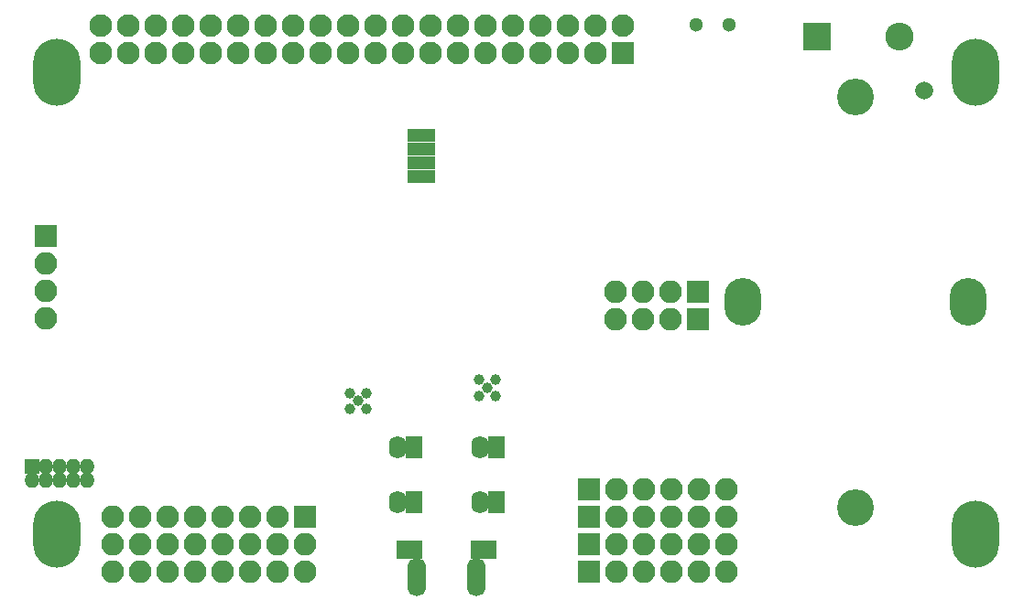
<source format=gbr>
G04 #@! TF.GenerationSoftware,KiCad,Pcbnew,(5.0.0)*
G04 #@! TF.CreationDate,2020-03-19T18:32:55-04:00*
G04 #@! TF.ProjectId,Temple_RPi_HAT,54656D706C655F5250695F4841542E6B,rev?*
G04 #@! TF.SameCoordinates,Original*
G04 #@! TF.FileFunction,Soldermask,Bot*
G04 #@! TF.FilePolarity,Negative*
%FSLAX46Y46*%
G04 Gerber Fmt 4.6, Leading zero omitted, Abs format (unit mm)*
G04 Created by KiCad (PCBNEW (5.0.0)) date 03/19/20 18:32:55*
%MOMM*%
%LPD*%
G01*
G04 APERTURE LIST*
%ADD10O,2.100000X2.100000*%
%ADD11R,2.100000X2.100000*%
%ADD12C,2.100000*%
%ADD13C,1.000000*%
%ADD14R,1.600000X2.100000*%
%ADD15O,1.600000X2.100000*%
%ADD16O,4.400000X6.200000*%
%ADD17R,2.600000X2.600000*%
%ADD18O,2.600000X2.600000*%
%ADD19R,2.609800X1.289000*%
%ADD20C,1.300000*%
%ADD21C,3.400000*%
%ADD22C,1.670000*%
%ADD23O,3.400000X4.400000*%
%ADD24O,1.700000X3.550000*%
%ADD25R,2.400000X1.800000*%
%ADD26R,1.400000X1.400000*%
%ADD27O,1.400000X1.400000*%
G04 APERTURE END LIST*
D10*
G04 #@! TO.C,J3*
X80535000Y-172210000D03*
X83075000Y-172210000D03*
X85615000Y-172210000D03*
X88155000Y-172210000D03*
X90695000Y-172210000D03*
X93235000Y-172210000D03*
X95775000Y-172210000D03*
D11*
X98315000Y-172210000D03*
D10*
X80535000Y-174750000D03*
X83075000Y-174750000D03*
X85615000Y-174750000D03*
X88155000Y-174750000D03*
X90695000Y-174750000D03*
X93235000Y-174750000D03*
X95775000Y-174750000D03*
X98315000Y-174750000D03*
D12*
X98315000Y-177290000D03*
D10*
X95775000Y-177290000D03*
X93235000Y-177290000D03*
X90695000Y-177290000D03*
X88155000Y-177290000D03*
X85615000Y-177290000D03*
X83075000Y-177290000D03*
X80535000Y-177290000D03*
G04 #@! TD*
D13*
G04 #@! TO.C,U10*
X103229000Y-161490500D03*
X102479000Y-162240500D03*
X102479000Y-160740500D03*
X103979000Y-162240500D03*
X103979000Y-160740500D03*
G04 #@! TD*
D14*
G04 #@! TO.C,M1*
X108361000Y-165797000D03*
D15*
X106861000Y-165797000D03*
G04 #@! TD*
D14*
G04 #@! TO.C,M2*
X108361000Y-170877000D03*
D15*
X106861000Y-170877000D03*
G04 #@! TD*
D11*
G04 #@! TO.C,J1*
X134606000Y-151382000D03*
D10*
X132066000Y-151382000D03*
X129526000Y-151382000D03*
X126986000Y-151382000D03*
G04 #@! TD*
D16*
G04 #@! TO.C,MK1*
X75320000Y-173830000D03*
X75320000Y-131030000D03*
X160320000Y-173830000D03*
X160320000Y-131030000D03*
G04 #@! TD*
D14*
G04 #@! TO.C,M3*
X115981000Y-165797000D03*
D15*
X114481000Y-165797000D03*
G04 #@! TD*
D17*
G04 #@! TO.C,SW1*
X145647000Y-127760000D03*
D18*
X153267000Y-127760000D03*
G04 #@! TD*
D14*
G04 #@! TO.C,M4*
X115981000Y-170877000D03*
D15*
X114481000Y-170877000D03*
G04 #@! TD*
D19*
G04 #@! TO.C,IR1*
X109071000Y-140714000D03*
X109071000Y-139444000D03*
X109071000Y-138174000D03*
X109071000Y-136904000D03*
G04 #@! TD*
D11*
G04 #@! TO.C,J2*
X134606000Y-153922000D03*
D10*
X132066000Y-153922000D03*
X129526000Y-153922000D03*
X126986000Y-153922000D03*
G04 #@! TD*
D11*
G04 #@! TO.C,J4*
X124565000Y-177290000D03*
D10*
X127105000Y-177290000D03*
X129645000Y-177290000D03*
X132185000Y-177290000D03*
X134725000Y-177290000D03*
X137265000Y-177290000D03*
G04 #@! TD*
D11*
G04 #@! TO.C,J5*
X124565000Y-174750000D03*
D10*
X127105000Y-174750000D03*
X129645000Y-174750000D03*
X132185000Y-174750000D03*
X134725000Y-174750000D03*
X137265000Y-174750000D03*
G04 #@! TD*
D11*
G04 #@! TO.C,J6*
X124565000Y-172210000D03*
D10*
X127105000Y-172210000D03*
X129645000Y-172210000D03*
X132185000Y-172210000D03*
X134725000Y-172210000D03*
X137265000Y-172210000D03*
G04 #@! TD*
D11*
G04 #@! TO.C,J7*
X124565000Y-169670000D03*
D10*
X127105000Y-169670000D03*
X129645000Y-169670000D03*
X132185000Y-169670000D03*
X134725000Y-169670000D03*
X137265000Y-169670000D03*
G04 #@! TD*
D11*
G04 #@! TO.C,LCD1*
X74315000Y-146210000D03*
D10*
X74315000Y-148750000D03*
X74315000Y-151290000D03*
X74315000Y-153830000D03*
G04 #@! TD*
D12*
G04 #@! TO.C,rpi_Header1*
X104790000Y-126760000D03*
X107330000Y-126760000D03*
X109870000Y-126760000D03*
X112410000Y-126760000D03*
X114950000Y-126760000D03*
X117490000Y-126760000D03*
X120030000Y-126760000D03*
X122570000Y-126760000D03*
X125110000Y-126760000D03*
X127650000Y-126760000D03*
D11*
X127650000Y-129300000D03*
D12*
X125110000Y-129300000D03*
X122570000Y-129300000D03*
X120030000Y-129300000D03*
X117490000Y-129300000D03*
X114950000Y-129300000D03*
X112410000Y-129300000D03*
X109870000Y-129300000D03*
X107330000Y-129300000D03*
X104790000Y-129300000D03*
X102250000Y-129300000D03*
X102250000Y-126760000D03*
X99710000Y-129300000D03*
X99710000Y-126760000D03*
X97170000Y-129300000D03*
X97170000Y-126760000D03*
X94630000Y-129300000D03*
X94630000Y-126760000D03*
X92090000Y-129300000D03*
X92090000Y-126760000D03*
X89550000Y-129300000D03*
X89550000Y-126760000D03*
X87010000Y-129300000D03*
X87010000Y-126760000D03*
X84470000Y-129300000D03*
X84470000Y-126760000D03*
X81930000Y-129300000D03*
X81930000Y-126760000D03*
X79390000Y-129300000D03*
X79390000Y-126760000D03*
G04 #@! TD*
D20*
G04 #@! TO.C,SW2*
X137495000Y-126668000D03*
X134495000Y-126668000D03*
G04 #@! TD*
D13*
G04 #@! TO.C,U9*
X115167000Y-160272000D03*
X114417000Y-161022000D03*
X114417000Y-159522000D03*
X115917000Y-161022000D03*
X115917000Y-159522000D03*
G04 #@! TD*
D21*
G04 #@! TO.C,BH1*
X149165000Y-171315000D03*
X149165000Y-133345000D03*
D22*
X155535000Y-132750000D03*
D23*
X159565000Y-152330000D03*
X138765000Y-152330000D03*
G04 #@! TD*
D24*
G04 #@! TO.C,J8*
X114101000Y-177802000D03*
D25*
X114801000Y-175252000D03*
X107951000Y-175252000D03*
D24*
X108651000Y-177802000D03*
G04 #@! TD*
D26*
G04 #@! TO.C,J9*
X73065000Y-167580000D03*
D27*
X73065000Y-168850000D03*
X74335000Y-167580000D03*
X74335000Y-168850000D03*
X75605000Y-167580000D03*
X75605000Y-168850000D03*
X76875000Y-167580000D03*
X76875000Y-168850000D03*
X78145000Y-167580000D03*
X78145000Y-168850000D03*
G04 #@! TD*
M02*

</source>
